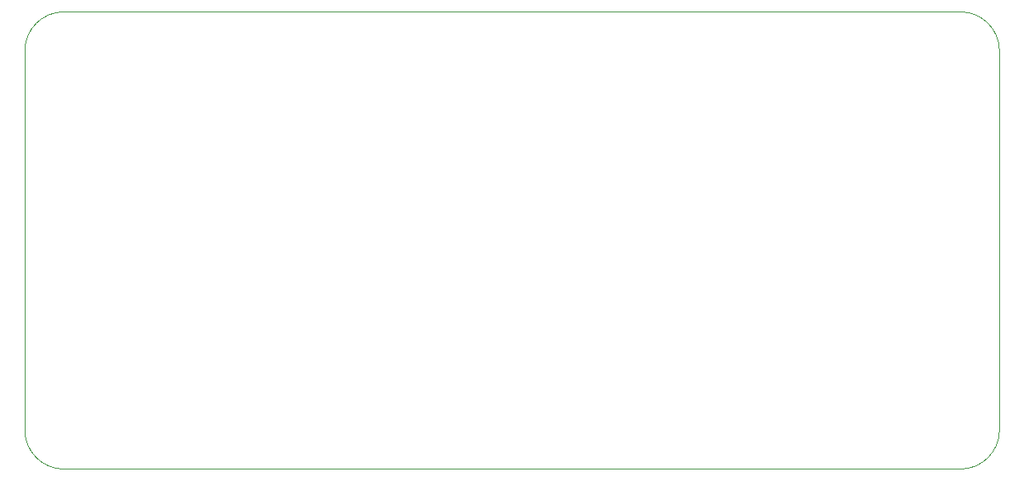
<source format=gm1>
%TF.GenerationSoftware,KiCad,Pcbnew,(6.0.1)*%
%TF.CreationDate,2022-10-12T08:00:07-04:00*%
%TF.ProjectId,MOD-NANO-CPU,4d4f442d-4e41-44e4-9f2d-4350552e6b69,rev?*%
%TF.SameCoordinates,Original*%
%TF.FileFunction,Profile,NP*%
%FSLAX46Y46*%
G04 Gerber Fmt 4.6, Leading zero omitted, Abs format (unit mm)*
G04 Created by KiCad (PCBNEW (6.0.1)) date 2022-10-12 08:00:07*
%MOMM*%
%LPD*%
G01*
G04 APERTURE LIST*
%TA.AperFunction,Profile*%
%ADD10C,0.100000*%
%TD*%
G04 APERTURE END LIST*
D10*
X90000000Y-83000000D02*
X90000000Y-44000000D01*
X94000000Y-40000000D02*
X186000000Y-40000000D01*
X190000000Y-44000000D02*
X190000000Y-83000000D01*
X186000000Y-87000000D02*
G75*
G03*
X190000000Y-83000000I0J4000000D01*
G01*
X186000000Y-87000000D02*
X94000000Y-87000000D01*
X90000000Y-83000000D02*
G75*
G03*
X94000000Y-87000000I4000000J0D01*
G01*
X190000000Y-44000000D02*
G75*
G03*
X186000000Y-40000000I-4000000J0D01*
G01*
X94000000Y-40000000D02*
G75*
G03*
X90000000Y-44000000I0J-4000000D01*
G01*
M02*

</source>
